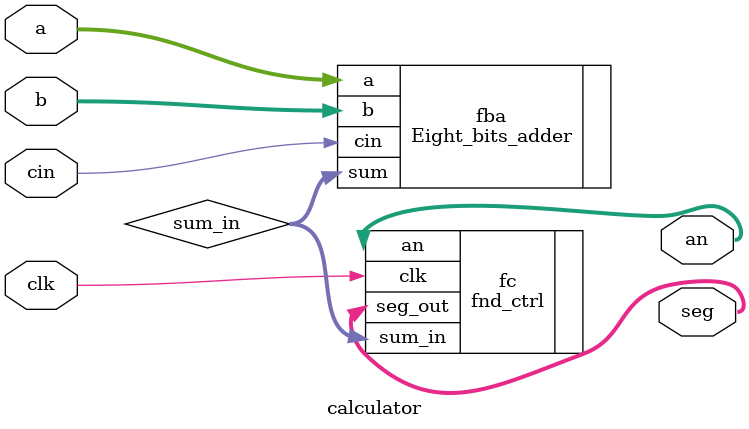
<source format=v>
module calculator(
                    input [7:0] a,
                    input [7:0] b,
                    input cin,
                    input clk,
                    output [7:0] seg,
                    output [3:0] an
                );

    wire [8:0] sum_in;

    Eight_bits_adder fba(
                        .a(a),
                        .b(b),
                        .cin(cin),
                        .sum(sum_in)
                    );

    fnd_ctrl fc(
                .sum_in(sum_in),
                .clk(clk),
                .seg_out(seg),
                .an(an)
            );

endmodule
</source>
